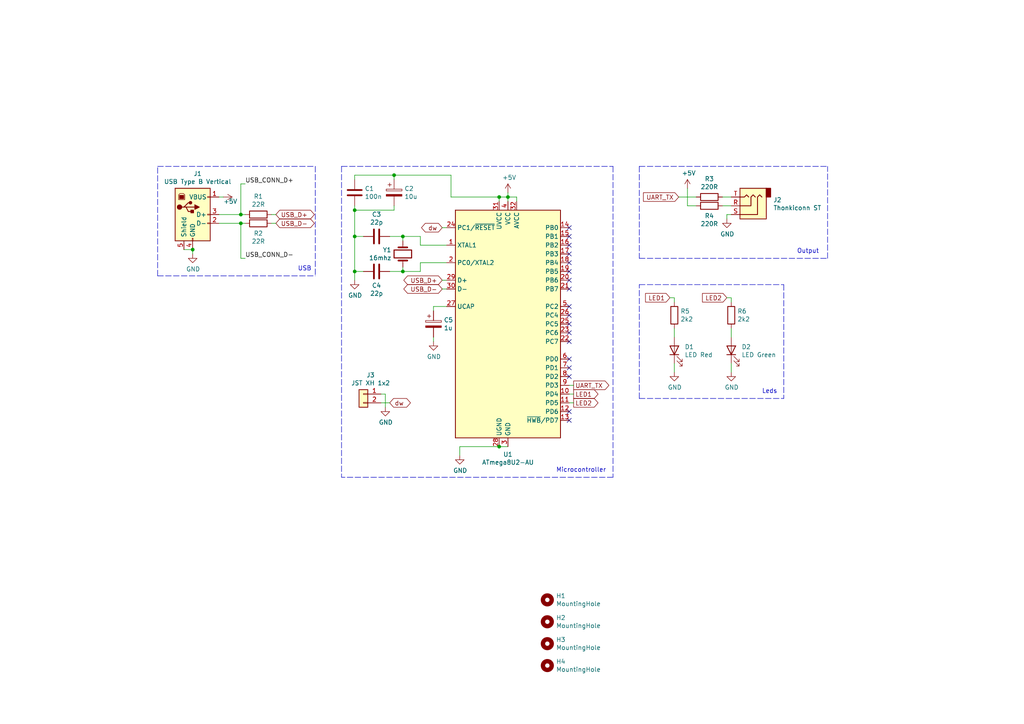
<source format=kicad_sch>
(kicad_sch (version 20211123) (generator eeschema)
  (paper "A4")
  (title_block (title "usb-to-midi") (date "2021-12-13") (rev "1.0") (comment 3 "Released under CERN Open Hardware Licence Version 2 - Strongly Reciprocal") (comment 4 "Designed by: Rafael G. Martins"))
  (lib_symbols
    (symbol "Connector:AudioJack3"
      (property "Reference" "J" (at 0 8.89 0))
      (property "Value" "AudioJack3" (at 0 6.35 0))
      (symbol "AudioJack3_0_1"
        (rectangle (start -5.08 -5.08) (end -6.35 -2.54) (stroke (width 0.254)) (fill (type outline)))
        (polyline (pts (xy 0 -2.54) (xy 0.635 -3.175) (xy 1.27 -2.54) (xy 2.54 -2.54)) (stroke (width 0.254)))
        (polyline (pts (xy -1.905 -2.54) (xy -1.27 -3.175) (xy -0.635 -2.54) (xy -0.635 0) (xy 2.54 0)) (stroke (width 0.254)))
        (polyline (pts (xy 2.54 2.54) (xy -2.54 2.54) (xy -2.54 -2.54) (xy -3.175 -3.175) (xy -3.81 -2.54)) (stroke (width 0.254)))
        (rectangle (start 2.54 3.81) (end -5.08 -5.08) (stroke (width 0.254)) (fill (type background)))
      )
      (symbol "AudioJack3_1_1"
        (pin passive line (at 5.08 0 180) (length 2.54) (name "~") (number "R"))
        (pin passive line (at 5.08 2.54 180) (length 2.54) (name "~") (number "S"))
        (pin passive line (at 5.08 -2.54 180) (length 2.54) (name "~") (number "T"))
      )
    )
    (symbol "Connector:USB_B" (pin_names (offset 1.016))
      (property "Reference" "J" (at -5.08 11.43 0))
      (property "Value" "USB_B" (at -5.08 8.89 0))
      (symbol "USB_B_0_1"
        (rectangle (start -5.08 -7.62) (end 5.08 7.62) (stroke (width 0.254)) (fill (type background)))
        (circle (center -3.81 2.159) (radius 0.635) (stroke (width 0.254)) (fill (type outline)))
        (rectangle (start -3.81 5.588) (end -2.54 4.572) (fill (type outline)))
        (circle (center -0.635 3.429) (radius 0.381) (stroke (width 0.254)) (fill (type outline)))
        (rectangle (start -0.127 -7.62) (end 0.127 -6.858))
        (polyline (pts (xy -1.905 2.159) (xy 0.635 2.159)) (stroke (width 0.254)))
        (polyline (pts (xy -3.175 2.159) (xy -2.54 2.159) (xy -1.27 3.429) (xy -0.635 3.429)) (stroke (width 0.254)))
        (polyline (pts (xy -2.54 2.159) (xy -1.905 2.159) (xy -1.27 0.889) (xy 0 0.889)) (stroke (width 0.254)))
        (polyline (pts (xy 0.635 2.794) (xy 0.635 1.524) (xy 1.905 2.159) (xy 0.635 2.794)) (stroke (width 0.254)) (fill (type outline)))
        (polyline (pts (xy -4.064 4.318) (xy -2.286 4.318) (xy -2.286 5.715) (xy -2.667 6.096) (xy -3.683 6.096) (xy -4.064 5.715) (xy -4.064 4.318)))
        (rectangle (start 0.254 1.27) (end -0.508 0.508) (stroke (width 0.254)) (fill (type outline)))
        (rectangle (start 5.08 -2.667) (end 4.318 -2.413))
        (rectangle (start 5.08 -0.127) (end 4.318 0.127))
        (rectangle (start 5.08 4.953) (end 4.318 5.207))
      )
      (symbol "USB_B_1_1"
        (pin power_out line (at 7.62 5.08 180) (length 2.54) (name "VBUS") (number "1"))
        (pin bidirectional line (at 7.62 -2.54 180) (length 2.54) (name "D-") (number "2"))
        (pin bidirectional line (at 7.62 0 180) (length 2.54) (name "D+") (number "3"))
        (pin power_out line (at 0 -10.16 90) (length 2.54) (name "GND") (number "4"))
        (pin passive line (at -2.54 -10.16 90) (length 2.54) (name "Shield") (number "5"))
      )
    )
    (symbol "Connector_Generic:Conn_01x02" (pin_names (offset 1.016) hide)
      (property "Reference" "J" (at 0 2.54 0))
      (property "Value" "Conn_01x02" (at 0 -5.08 0))
      (symbol "Conn_01x02_1_1"
        (rectangle (start -1.27 -2.413) (end 0 -2.667) (stroke (width 0.1524)))
        (rectangle (start -1.27 0.127) (end 0 -0.127) (stroke (width 0.1524)))
        (rectangle (start -1.27 1.27) (end 1.27 -3.81) (stroke (width 0.254)) (fill (type background)))
        (pin passive line (at -5.08 0 0) (length 3.81) (name "Pin_1") (number "1"))
        (pin passive line (at -5.08 -2.54 0) (length 3.81) (name "Pin_2") (number "2"))
      )
    )
    (symbol "Device:C" (pin_numbers hide) (pin_names (offset 0.254))
      (property "Reference" "C" (at 0.635 2.54 0))
      (property "Value" "C" (at 0.635 -2.54 0))
      (symbol "C_0_1"
        (polyline (pts (xy -2.032 -0.762) (xy 2.032 -0.762)) (stroke (width 0.508)))
        (polyline (pts (xy -2.032 0.762) (xy 2.032 0.762)) (stroke (width 0.508)))
      )
      (symbol "C_1_1"
        (pin passive line (at 0 3.81 270) (length 2.794) (name "~") (number "1"))
        (pin passive line (at 0 -3.81 90) (length 2.794) (name "~") (number "2"))
      )
    )
    (symbol "Device:C_Polarized" (pin_numbers hide) (pin_names (offset 0.254))
      (property "Reference" "C" (at 0.635 2.54 0))
      (property "Value" "C_Polarized" (at 0.635 -2.54 0))
      (symbol "C_Polarized_0_1"
        (rectangle (start -2.286 0.508) (end 2.286 1.016))
        (polyline (pts (xy -1.778 2.286) (xy -0.762 2.286)))
        (polyline (pts (xy -1.27 2.794) (xy -1.27 1.778)))
        (rectangle (start 2.286 -0.508) (end -2.286 -1.016) (fill (type outline)))
      )
      (symbol "C_Polarized_1_1"
        (pin passive line (at 0 3.81 270) (length 2.794) (name "~") (number "1"))
        (pin passive line (at 0 -3.81 90) (length 2.794) (name "~") (number "2"))
      )
    )
    (symbol "Device:Crystal" (pin_numbers hide) (pin_names (offset 1.016) hide)
      (property "Reference" "Y" (at 0 3.81 0))
      (property "Value" "Crystal" (at 0 -3.81 0))
      (symbol "Crystal_0_1"
        (rectangle (start -1.143 2.54) (end 1.143 -2.54) (stroke (width 0.3048)))
        (polyline (pts (xy -2.54 0) (xy -1.905 0)))
        (polyline (pts (xy -1.905 -1.27) (xy -1.905 1.27)) (stroke (width 0.508)))
        (polyline (pts (xy 1.905 -1.27) (xy 1.905 1.27)) (stroke (width 0.508)))
        (polyline (pts (xy 2.54 0) (xy 1.905 0)))
      )
      (symbol "Crystal_1_1"
        (pin passive line (at -3.81 0 0) (length 1.27) (name "1") (number "1"))
        (pin passive line (at 3.81 0 180) (length 1.27) (name "2") (number "2"))
      )
    )
    (symbol "Device:LED" (pin_numbers hide) (pin_names (offset 1.016) hide)
      (property "Reference" "D" (at 0 2.54 0))
      (property "Value" "LED" (at 0 -2.54 0))
      (symbol "LED_0_1"
        (polyline (pts (xy -1.27 -1.27) (xy -1.27 1.27)) (stroke (width 0.254)))
        (polyline (pts (xy -1.27 0) (xy 1.27 0)))
        (polyline (pts (xy 1.27 -1.27) (xy 1.27 1.27) (xy -1.27 0) (xy 1.27 -1.27)) (stroke (width 0.254)))
        (polyline (pts (xy -3.048 -0.762) (xy -4.572 -2.286) (xy -3.81 -2.286) (xy -4.572 -2.286) (xy -4.572 -1.524)))
        (polyline (pts (xy -1.778 -0.762) (xy -3.302 -2.286) (xy -2.54 -2.286) (xy -3.302 -2.286) (xy -3.302 -1.524)))
      )
      (symbol "LED_1_1"
        (pin passive line (at -3.81 0 0) (length 2.54) (name "K") (number "1"))
        (pin passive line (at 3.81 0 180) (length 2.54) (name "A") (number "2"))
      )
    )
    (symbol "Device:R" (pin_numbers hide) (pin_names (offset 0))
      (property "Reference" "R" (at 2.032 0 90))
      (property "Value" "R" (at 0 0 90))
      (symbol "R_0_1"
        (rectangle (start -1.016 -2.54) (end 1.016 2.54) (stroke (width 0.254)))
      )
      (symbol "R_1_1"
        (pin passive line (at 0 3.81 270) (length 1.27) (name "~") (number "1"))
        (pin passive line (at 0 -3.81 90) (length 1.27) (name "~") (number "2"))
      )
    )
    (symbol "MCU_Microchip_ATmega:ATmega8U2-A"
      (property "Reference" "U" (at -15.24 34.29 0))
      (property "Value" "ATmega8U2-A" (at 2.54 -34.29 0))
      (symbol "ATmega8U2-A_0_1"
        (rectangle (start -15.24 -33.02) (end 15.24 33.02) (stroke (width 0.254)) (fill (type background)))
      )
      (symbol "ATmega8U2-A_1_1"
        (pin input line (at -17.78 22.86 0) (length 2.54) (name "XTAL1") (number "1"))
        (pin bidirectional line (at 17.78 -20.32 180) (length 2.54) (name "PD4") (number "10"))
        (pin bidirectional line (at 17.78 -22.86 180) (length 2.54) (name "PD5") (number "11"))
        (pin bidirectional line (at 17.78 -25.4 180) (length 2.54) (name "PD6") (number "12"))
        (pin bidirectional line (at 17.78 -27.94 180) (length 2.54) (name "~{HWB}/PD7") (number "13"))
        (pin bidirectional line (at 17.78 27.94 180) (length 2.54) (name "PB0") (number "14"))
        (pin bidirectional line (at 17.78 25.4 180) (length 2.54) (name "PB1") (number "15"))
        (pin bidirectional line (at 17.78 22.86 180) (length 2.54) (name "PB2") (number "16"))
        (pin bidirectional line (at 17.78 20.32 180) (length 2.54) (name "PB3") (number "17"))
        (pin bidirectional line (at 17.78 17.78 180) (length 2.54) (name "PB4") (number "18"))
        (pin bidirectional line (at 17.78 15.24 180) (length 2.54) (name "PB5") (number "19"))
        (pin bidirectional line (at -17.78 17.78 0) (length 2.54) (name "PC0/XTAL2") (number "2"))
        (pin bidirectional line (at 17.78 12.7 180) (length 2.54) (name "PB6") (number "20"))
        (pin bidirectional line (at 17.78 10.16 180) (length 2.54) (name "PB7") (number "21"))
        (pin bidirectional line (at 17.78 -5.08 180) (length 2.54) (name "PC7") (number "22"))
        (pin bidirectional line (at 17.78 -2.54 180) (length 2.54) (name "PC6") (number "23"))
        (pin bidirectional line (at -17.78 27.94 0) (length 2.54) (name "PC1/~{RESET}") (number "24"))
        (pin bidirectional line (at 17.78 0 180) (length 2.54) (name "PC5") (number "25"))
        (pin bidirectional line (at 17.78 2.54 180) (length 2.54) (name "PC4") (number "26"))
        (pin passive line (at -17.78 5.08 0) (length 2.54) (name "UCAP") (number "27"))
        (pin power_in line (at -2.54 -35.56 90) (length 2.54) (name "UGND") (number "28"))
        (pin bidirectional line (at -17.78 12.7 0) (length 2.54) (name "D+") (number "29"))
        (pin power_in line (at 0 -35.56 90) (length 2.54) (name "GND") (number "3"))
        (pin bidirectional line (at -17.78 10.16 0) (length 2.54) (name "D-") (number "30"))
        (pin power_in line (at -2.54 35.56 270) (length 2.54) (name "UVCC") (number "31"))
        (pin power_in line (at 2.54 35.56 270) (length 2.54) (name "AVCC") (number "32"))
        (pin power_in line (at 0 35.56 270) (length 2.54) (name "VCC") (number "4"))
        (pin bidirectional line (at 17.78 5.08 180) (length 2.54) (name "PC2") (number "5"))
        (pin bidirectional line (at 17.78 -10.16 180) (length 2.54) (name "PD0") (number "6"))
        (pin bidirectional line (at 17.78 -12.7 180) (length 2.54) (name "PD1") (number "7"))
        (pin bidirectional line (at 17.78 -15.24 180) (length 2.54) (name "PD2") (number "8"))
        (pin bidirectional line (at 17.78 -17.78 180) (length 2.54) (name "PD3") (number "9"))
      )
    )
    (symbol "Mechanical:MountingHole" (pin_names (offset 1.016))
      (property "Reference" "H" (at 0 5.08 0))
      (property "Value" "MountingHole" (at 0 3.175 0))
      (symbol "MountingHole_0_1"
        (circle (center 0 0) (radius 1.27) (stroke (width 1.27)))
      )
    )
    (symbol "power:+5V" (power) (pin_names (offset 0))
      (property "Value" "+5V" (at 0 3.556 0))
      (symbol "+5V_0_1"
        (polyline (pts (xy -0.762 1.27) (xy 0 2.54)))
        (polyline (pts (xy 0 0) (xy 0 2.54)))
        (polyline (pts (xy 0 2.54) (xy 0.762 1.27)))
      )
      (symbol "+5V_1_1"
        (pin power_in line (at 0 0 90) (length 0) hide (name "+5V") (number "1"))
      )
    )
    (symbol "power:GND" (power) (pin_names (offset 0))
      (property "Value" "GND" (at 0 -3.81 0))
      (symbol "GND_0_1"
        (polyline (pts (xy 0 0) (xy 0 -1.27) (xy 1.27 -1.27) (xy 0 -2.54) (xy -1.27 -1.27) (xy 0 -1.27)))
      )
      (symbol "GND_1_1"
        (pin power_in line (at 0 0 270) (length 0) hide (name "GND") (number "1"))
      )
    )
  )
  (junction (at 55.88 72.39))
  (junction (at 102.87 68.58))
  (junction (at 147.32 57.15))
  (junction (at 116.84 78.74))
  (junction (at 69.85 64.77))
  (junction (at 114.3 50.8))
  (junction (at 102.87 60.96))
  (junction (at 116.84 68.58))
  (junction (at 144.78 129.54))
  (junction (at 144.78 57.15))
  (junction (at 102.87 78.74))
  (junction (at 69.85 62.23))
  (no_connect (at 165.1 68.58))
  (no_connect (at 165.1 99.06))
  (no_connect (at 165.1 83.82))
  (no_connect (at 165.1 106.68))
  (no_connect (at 165.1 81.28))
  (no_connect (at 165.1 91.44))
  (no_connect (at 165.1 73.66))
  (no_connect (at 165.1 104.14))
  (no_connect (at 165.1 71.12))
  (no_connect (at 165.1 93.98))
  (no_connect (at 165.1 119.38))
  (no_connect (at 165.1 96.52))
  (no_connect (at 165.1 88.9))
  (no_connect (at 165.1 76.2))
  (no_connect (at 165.1 121.92))
  (no_connect (at 165.1 66.04))
  (no_connect (at 165.1 78.74))
  (no_connect (at 165.1 109.22))
  (wire (pts (xy 78.74 62.23) (xy 80.01 62.23)))
  (wire (pts (xy 63.5 64.77) (xy 69.85 64.77)))
  (wire (pts (xy 144.78 57.15) (xy 144.78 58.42)))
  (polyline (pts (xy 45.72 80.01) (xy 91.44 80.01)))
  (wire (pts (xy 121.92 68.58) (xy 116.84 68.58)))
  (wire (pts (xy 102.87 78.74) (xy 102.87 68.58)))
  (wire (pts (xy 121.92 78.74) (xy 116.84 78.74)))
  (wire (pts (xy 194.31 86.36) (xy 195.58 86.36)))
  (polyline (pts (xy 177.8 138.43) (xy 99.06 138.43)))
  (wire (pts (xy 125.73 90.17) (xy 125.73 88.9)))
  (wire (pts (xy 133.35 129.54) (xy 144.78 129.54)))
  (wire (pts (xy 165.1 116.84) (xy 166.37 116.84)))
  (wire (pts (xy 144.78 57.15) (xy 130.81 57.15)))
  (wire (pts (xy 121.92 76.2) (xy 121.92 78.74)))
  (wire (pts (xy 128.27 81.28) (xy 129.54 81.28)))
  (wire (pts (xy 130.81 50.8) (xy 130.81 57.15)))
  (wire (pts (xy 212.09 105.41) (xy 212.09 107.95)))
  (wire (pts (xy 149.86 57.15) (xy 147.32 57.15)))
  (wire (pts (xy 69.85 62.23) (xy 69.85 53.34)))
  (polyline (pts (xy 177.8 48.26) (xy 177.8 138.43)))
  (wire (pts (xy 128.27 83.82) (xy 129.54 83.82)))
  (polyline (pts (xy 91.44 48.26) (xy 91.44 80.01)))
  (wire (pts (xy 195.58 105.41) (xy 195.58 107.95)))
  (wire (pts (xy 147.32 57.15) (xy 147.32 55.88)))
  (wire (pts (xy 111.76 114.3) (xy 110.49 114.3)))
  (wire (pts (xy 128.27 66.04) (xy 129.54 66.04)))
  (polyline (pts (xy 99.06 48.26) (xy 177.8 48.26)))
  (wire (pts (xy 111.76 118.11) (xy 111.76 114.3)))
  (wire (pts (xy 102.87 81.28) (xy 102.87 78.74)))
  (wire (pts (xy 199.39 59.69) (xy 201.93 59.69)))
  (wire (pts (xy 114.3 52.07) (xy 114.3 50.8)))
  (polyline (pts (xy 185.42 115.57) (xy 185.42 82.55)))
  (wire (pts (xy 165.1 111.76) (xy 166.37 111.76)))
  (wire (pts (xy 114.3 60.96) (xy 114.3 59.69)))
  (wire (pts (xy 133.35 129.54) (xy 133.35 132.08)))
  (wire (pts (xy 125.73 97.79) (xy 125.73 99.06)))
  (wire (pts (xy 53.34 72.39) (xy 55.88 72.39)))
  (wire (pts (xy 102.87 60.96) (xy 114.3 60.96)))
  (polyline (pts (xy 185.42 82.55) (xy 227.33 82.55)))
  (wire (pts (xy 209.55 59.69) (xy 212.09 59.69)))
  (wire (pts (xy 116.84 69.85) (xy 116.84 68.58)))
  (wire (pts (xy 147.32 58.42) (xy 147.32 57.15)))
  (wire (pts (xy 212.09 95.25) (xy 212.09 97.79)))
  (wire (pts (xy 165.1 114.3) (xy 166.37 114.3)))
  (wire (pts (xy 102.87 68.58) (xy 105.41 68.58)))
  (wire (pts (xy 209.55 57.15) (xy 212.09 57.15)))
  (wire (pts (xy 125.73 88.9) (xy 129.54 88.9)))
  (wire (pts (xy 129.54 71.12) (xy 121.92 71.12)))
  (wire (pts (xy 212.09 86.36) (xy 212.09 87.63)))
  (wire (pts (xy 196.85 57.15) (xy 201.93 57.15)))
  (wire (pts (xy 102.87 68.58) (xy 102.87 60.96)))
  (wire (pts (xy 102.87 52.07) (xy 102.87 50.8)))
  (polyline (pts (xy 45.72 80.01) (xy 45.72 48.26)))
  (polyline (pts (xy 185.42 115.57) (xy 227.33 115.57)))
  (wire (pts (xy 199.39 54.61) (xy 199.39 59.69)))
  (wire (pts (xy 129.54 76.2) (xy 121.92 76.2)))
  (polyline (pts (xy 45.72 48.26) (xy 91.44 48.26)))
  (wire (pts (xy 147.32 57.15) (xy 144.78 57.15)))
  (wire (pts (xy 63.5 57.15) (xy 64.77 57.15)))
  (wire (pts (xy 69.85 64.77) (xy 71.12 64.77)))
  (wire (pts (xy 69.85 74.93) (xy 71.12 74.93)))
  (wire (pts (xy 144.78 129.54) (xy 147.32 129.54)))
  (wire (pts (xy 78.74 64.77) (xy 80.01 64.77)))
  (polyline (pts (xy 185.42 48.26) (xy 185.42 74.93)))
  (wire (pts (xy 121.92 71.12) (xy 121.92 68.58)))
  (polyline (pts (xy 99.06 48.26) (xy 99.06 138.43)))
  (wire (pts (xy 195.58 97.79) (xy 195.58 95.25)))
  (polyline (pts (xy 227.33 82.55) (xy 227.33 115.57)))
  (wire (pts (xy 113.03 78.74) (xy 116.84 78.74)))
  (wire (pts (xy 69.85 62.23) (xy 71.12 62.23)))
  (wire (pts (xy 113.03 68.58) (xy 116.84 68.58)))
  (wire (pts (xy 195.58 86.36) (xy 195.58 87.63)))
  (wire (pts (xy 210.82 62.23) (xy 212.09 62.23)))
  (wire (pts (xy 210.82 63.5) (xy 210.82 62.23)))
  (polyline (pts (xy 240.03 74.93) (xy 240.03 48.26)))
  (wire (pts (xy 116.84 77.47) (xy 116.84 78.74)))
  (wire (pts (xy 114.3 50.8) (xy 130.81 50.8)))
  (wire (pts (xy 149.86 58.42) (xy 149.86 57.15)))
  (wire (pts (xy 69.85 64.77) (xy 69.85 74.93)))
  (wire (pts (xy 102.87 50.8) (xy 114.3 50.8)))
  (polyline (pts (xy 185.42 74.93) (xy 240.03 74.93)))
  (wire (pts (xy 55.88 73.66) (xy 55.88 72.39)))
  (wire (pts (xy 110.49 116.84) (xy 113.03 116.84)))
  (wire (pts (xy 102.87 60.96) (xy 102.87 59.69)))
  (wire (pts (xy 210.82 86.36) (xy 212.09 86.36)))
  (wire (pts (xy 63.5 62.23) (xy 69.85 62.23)))
  (polyline (pts (xy 185.42 48.26) (xy 240.03 48.26)))
  (wire (pts (xy 105.41 78.74) (xy 102.87 78.74)))
  (wire (pts (xy 69.85 53.34) (xy 71.12 53.34)))
  (text "Leds" (at 220.98 114.3 0) (effects (font (size 1.27 1.27)) (justify left bottom)))
  (text "USB" (at 86.36 78.74 0) (effects (font (size 1.27 1.27)) (justify left bottom)))
  (text "Microcontroller" (at 161.29 137.16 0) (effects (font (size 1.27 1.27)) (justify left bottom)))
  (text "Output" (at 231.14 73.66 0) (effects (font (size 1.27 1.27)) (justify left bottom)))
  (label "USB_CONN_D+" (at 71.12 53.34 0))
  (label "USB_CONN_D-" (at 71.12 74.93 0))
  (global_label "USB_D-" (shape bidirectional) (at 80.01 64.77 0) (property "Intersheet References" "${INTERSHEET_REFS}" (effects hide)))
  (global_label "UART_TX" (shape input) (at 196.85 57.15 180) (property "Intersheet References" "${INTERSHEET_REFS}" (effects hide)))
  (global_label "UART_TX" (shape output) (at 166.37 111.76 0) (property "Intersheet References" "${INTERSHEET_REFS}" (effects hide)))
  (global_label "LED2" (shape input) (at 210.82 86.36 180) (property "Intersheet References" "${INTERSHEET_REFS}" (effects hide)))
  (global_label "USB_D+" (shape bidirectional) (at 128.27 81.28 180) (property "Intersheet References" "${INTERSHEET_REFS}" (effects hide)))
  (global_label "LED2" (shape output) (at 166.37 116.84 0) (property "Intersheet References" "${INTERSHEET_REFS}" (effects hide)))
  (global_label "dw" (shape bidirectional) (at 128.27 66.04 180) (property "Intersheet References" "${INTERSHEET_REFS}" (effects hide)))
  (global_label "LED1" (shape input) (at 194.31 86.36 180) (property "Intersheet References" "${INTERSHEET_REFS}" (effects hide)))
  (global_label "USB_D+" (shape bidirectional) (at 80.01 62.23 0) (property "Intersheet References" "${INTERSHEET_REFS}" (effects hide)))
  (global_label "dw" (shape bidirectional) (at 113.03 116.84 0) (property "Intersheet References" "${INTERSHEET_REFS}" (effects hide)))
  (global_label "LED1" (shape output) (at 166.37 114.3 0) (property "Intersheet References" "${INTERSHEET_REFS}" (effects hide)))
  (global_label "USB_D-" (shape bidirectional) (at 128.27 83.82 180) (property "Intersheet References" "${INTERSHEET_REFS}" (effects hide)))
  (symbol (lib_id "Connector_Generic:Conn_01x02") (at 105.41 114.3 0) (mirror y) (unit 1)
    (property "Reference" "J3" (at 107.4928 108.7882 0))
    (property "Value" "JST XH 1x2" (at 107.4928 111.0996 0))
    (property "Footprint" "Connector_JST:JST_XH_B2B-XH-A_1x02_P2.50mm_Vertical" (effects hide))
  )
  (symbol (lib_id "power:GND") (at 111.76 118.11 0) (unit 1)
    (property "Reference" "#PWR0108" (effects hide))
    (property "Value" "GND" (at 111.887 122.5042 0))
  )
  (symbol (lib_id "Device:Crystal") (at 116.84 73.66 270) (unit 1)
    (property "Reference" "Y1" (at 113.5126 72.4916 90) (effects (justify right)))
    (property "Value" "16mhz" (at 113.5126 74.803 90) (effects (justify right)))
    (property "Footprint" "Crystal:Crystal_HC49-U_Vertical" (effects hide))
  )
  (symbol (lib_id "Device:C") (at 109.22 68.58 270) (unit 1)
    (property "Reference" "C3" (at 109.22 62.1792 90))
    (property "Value" "22p" (at 109.22 64.4906 90))
    (property "Footprint" "Capacitor_THT:C_Disc_D3.0mm_W1.6mm_P2.50mm" (effects hide))
  )
  (symbol (lib_id "Device:C") (at 109.22 78.74 270) (unit 1)
    (property "Reference" "C4" (at 109.22 82.804 90))
    (property "Value" "22p" (at 109.22 85.1154 90))
    (property "Footprint" "Capacitor_THT:C_Disc_D3.0mm_W1.6mm_P2.50mm" (effects hide))
  )
  (symbol (lib_id "power:GND") (at 102.87 81.28 0) (unit 1)
    (property "Reference" "#PWR0109" (effects hide))
    (property "Value" "GND" (at 102.997 85.6742 0))
  )
  (symbol (lib_id "power:GND") (at 133.35 132.08 0) (unit 1)
    (property "Reference" "#PWR0110" (effects hide))
    (property "Value" "GND" (at 133.477 136.4742 0))
  )
  (symbol (lib_id "Device:R") (at 74.93 62.23 270) (unit 1)
    (property "Reference" "R1" (at 74.93 56.9722 90))
    (property "Value" "22R" (at 74.93 59.2836 90))
    (property "Footprint" "Resistor_THT:R_Axial_DIN0207_L6.3mm_D2.5mm_P10.16mm_Horizontal" (effects hide))
  )
  (symbol (lib_id "Device:R") (at 74.93 64.77 270) (unit 1)
    (property "Reference" "R2" (at 74.93 67.691 90))
    (property "Value" "22R" (at 74.93 70.0024 90))
    (property "Footprint" "Resistor_THT:R_Axial_DIN0207_L6.3mm_D2.5mm_P10.16mm_Horizontal" (effects hide))
  )
  (symbol (lib_id "power:+5V") (at 64.77 57.15 270) (unit 1)
    (property "Reference" "#PWR0107" (effects hide))
    (property "Value" "+5V" (at 64.77 58.42 90) (effects (justify left)))
  )
  (symbol (lib_id "Device:C_Polarized") (at 114.3 55.88 0) (unit 1)
    (property "Reference" "C2" (at 117.2972 54.7116 0) (effects (justify left)))
    (property "Value" "10u" (at 117.2972 57.023 0) (effects (justify left)))
    (property "Footprint" "Capacitor_THT:CP_Radial_D5.0mm_P2.50mm" (effects hide))
  )
  (symbol (lib_id "power:GND") (at 210.82 63.5 0) (unit 1)
    (property "Reference" "#PWR0103" (effects hide))
    (property "Value" "GND" (at 210.947 67.8942 0))
  )
  (symbol (lib_id "Device:R") (at 205.74 57.15 270) (unit 1)
    (property "Reference" "R3" (at 205.74 51.8922 90))
    (property "Value" "220R" (at 205.74 54.2036 90))
    (property "Footprint" "Resistor_THT:R_Axial_DIN0207_L6.3mm_D2.5mm_P10.16mm_Horizontal" (effects hide))
  )
  (symbol (lib_id "Device:R") (at 205.74 59.69 270) (unit 1)
    (property "Reference" "R4" (at 205.74 62.611 90))
    (property "Value" "220R" (at 205.74 64.9224 90))
    (property "Footprint" "Resistor_THT:R_Axial_DIN0207_L6.3mm_D2.5mm_P10.16mm_Horizontal" (effects hide))
  )
  (symbol (lib_id "Connector:AudioJack3") (at 217.17 59.69 180) (unit 1)
    (property "Reference" "J2" (at 224.282 57.9882 0) (effects (justify right)))
    (property "Value" "Thonkiconn ST" (at 224.282 60.2996 0) (effects (justify right)))
    (property "Footprint" "eurorack:Jack_3.5mm_QingPu_WQP-PJ366ST_Vertical" (effects hide))
  )
  (symbol (lib_id "power:+5V") (at 199.39 54.61 0) (unit 1)
    (property "Reference" "#PWR0104" (effects hide))
    (property "Value" "+5V" (at 199.771 50.2158 0))
  )
  (symbol (lib_id "MCU_Microchip_ATmega:ATmega8U2-A") (at 147.32 93.98 0) (unit 1)
    (property "Reference" "U1" (at 147.32 131.8006 0))
    (property "Value" "ATmega8U2-AU" (at 147.32 134.112 0))
    (property "Footprint" "Package_QFP:TQFP-32_7x7mm_P0.8mm" (effects hide))
    (property "Datasheet" "http://ww1.microchip.com/downloads/en/DeviceDoc/doc7799.pdf" (effects hide))
  )
  (symbol (lib_id "Device:C") (at 102.87 55.88 0) (unit 1)
    (property "Reference" "C1" (at 105.791 54.7116 0) (effects (justify left)))
    (property "Value" "100n" (at 105.791 57.023 0) (effects (justify left)))
    (property "Footprint" "Capacitor_THT:C_Disc_D4.3mm_W1.9mm_P5.00mm" (effects hide))
  )
  (symbol (lib_id "Device:C_Polarized") (at 125.73 93.98 0) (unit 1)
    (property "Reference" "C5" (at 128.7272 92.8116 0) (effects (justify left)))
    (property "Value" "1u" (at 128.7272 95.123 0) (effects (justify left)))
    (property "Footprint" "Capacitor_THT:CP_Radial_D5.0mm_P2.50mm" (effects hide))
  )
  (symbol (lib_id "power:GND") (at 125.73 99.06 0) (unit 1)
    (property "Reference" "#PWR0102" (effects hide))
    (property "Value" "GND" (at 125.857 103.4542 0))
  )
  (symbol (lib_id "power:GND") (at 55.88 73.66 0) (unit 1)
    (property "Reference" "#PWR0106" (effects hide))
    (property "Value" "GND" (at 56.007 78.0542 0))
  )
  (symbol (lib_id "power:+5V") (at 147.32 55.88 0) (unit 1)
    (property "Reference" "#PWR0101" (effects hide))
    (property "Value" "+5V" (at 147.701 51.4858 0))
  )
  (symbol (lib_id "Connector:USB_B") (at 55.88 62.23 0) (unit 1)
    (property "Reference" "J1" (at 57.3278 50.3682 0))
    (property "Value" "USB Type B Vertical" (at 57.3278 52.6796 0))
    (property "Footprint" "eurorack:USB_B_Vertical" (effects hide))
    (property "Datasheet" " ~" (effects hide))
  )
  (symbol (lib_id "Device:LED") (at 195.58 101.6 90) (unit 1)
    (property "Reference" "D1" (at 198.5772 100.6094 90) (effects (justify right)))
    (property "Value" "LED Red" (at 198.5772 102.9208 90) (effects (justify right)))
    (property "Footprint" "LED_THT:LED_D3.0mm" (effects hide))
  )
  (symbol (lib_id "Device:LED") (at 212.09 101.6 90) (unit 1)
    (property "Reference" "D2" (at 215.0872 100.6094 90) (effects (justify right)))
    (property "Value" "LED Green" (at 215.0872 102.9208 90) (effects (justify right)))
    (property "Footprint" "LED_THT:LED_D3.0mm" (effects hide))
  )
  (symbol (lib_id "Device:R") (at 195.58 91.44 0) (unit 1)
    (property "Reference" "R5" (at 197.358 90.2716 0) (effects (justify left)))
    (property "Value" "2k2" (at 197.358 92.583 0) (effects (justify left)))
    (property "Footprint" "Resistor_THT:R_Axial_DIN0207_L6.3mm_D2.5mm_P10.16mm_Horizontal" (effects hide))
  )
  (symbol (lib_id "Device:R") (at 212.09 91.44 0) (unit 1)
    (property "Reference" "R6" (at 213.868 90.2716 0) (effects (justify left)))
    (property "Value" "2k2" (at 213.868 92.583 0) (effects (justify left)))
    (property "Footprint" "Resistor_THT:R_Axial_DIN0207_L6.3mm_D2.5mm_P10.16mm_Horizontal" (effects hide))
  )
  (symbol (lib_id "power:GND") (at 195.58 107.95 0) (unit 1)
    (property "Reference" "#PWR0105" (effects hide))
    (property "Value" "GND" (at 195.707 112.3442 0))
  )
  (symbol (lib_id "power:GND") (at 212.09 107.95 0) (unit 1)
    (property "Reference" "#PWR0111" (effects hide))
    (property "Value" "GND" (at 212.217 112.3442 0))
  )
  (symbol (lib_id "Mechanical:MountingHole") (at 158.75 173.99 0) (unit 1)
    (property "Reference" "H1" (at 161.29 172.8216 0) (effects (justify left)))
    (property "Value" "MountingHole" (at 161.29 175.133 0) (effects (justify left)))
    (property "Footprint" "MountingHole:MountingHole_2.2mm_M2_Pad_Via" (effects hide))
  )
  (symbol (lib_id "Mechanical:MountingHole") (at 158.75 180.34 0) (unit 1)
    (property "Reference" "H2" (at 161.29 179.1716 0) (effects (justify left)))
    (property "Value" "MountingHole" (at 161.29 181.483 0) (effects (justify left)))
    (property "Footprint" "MountingHole:MountingHole_2.2mm_M2_Pad_Via" (effects hide))
  )
  (symbol (lib_id "Mechanical:MountingHole") (at 158.75 186.69 0) (unit 1)
    (property "Reference" "H3" (at 161.29 185.5216 0) (effects (justify left)))
    (property "Value" "MountingHole" (at 161.29 187.833 0) (effects (justify left)))
    (property "Footprint" "MountingHole:MountingHole_2.2mm_M2_Pad_Via" (effects hide))
  )
  (symbol (lib_id "Mechanical:MountingHole") (at 158.75 193.04 0) (unit 1)
    (property "Reference" "H4" (at 161.29 191.8716 0) (effects (justify left)))
    (property "Value" "MountingHole" (at 161.29 194.183 0) (effects (justify left)))
    (property "Footprint" "MountingHole:MountingHole_2.2mm_M2_Pad_Via" (effects hide))
  )
)
</source>
